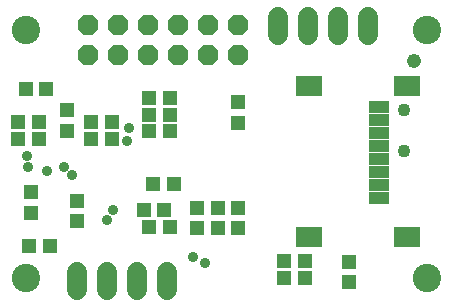
<source format=gbs>
G75*
%MOIN*%
%OFA0B0*%
%FSLAX24Y24*%
%IPPOS*%
%LPD*%
%AMOC8*
5,1,8,0,0,1.08239X$1,22.5*
%
%ADD10C,0.0946*%
%ADD11R,0.0505X0.0493*%
%ADD12R,0.0493X0.0505*%
%ADD13C,0.0434*%
%ADD14C,0.0680*%
%ADD15R,0.0867X0.0671*%
%ADD16R,0.0671X0.0395*%
%ADD17OC8,0.0680*%
%ADD18R,0.0513X0.0474*%
%ADD19C,0.0358*%
%ADD20C,0.0476*%
D10*
X006366Y007009D03*
X006366Y015277D03*
X019752Y015277D03*
X019752Y007009D03*
D11*
X017141Y006878D03*
X017141Y007567D03*
X013453Y012190D03*
X013453Y012879D03*
X007729Y012629D03*
X007729Y011940D03*
X006541Y009879D03*
X006541Y009190D03*
D12*
X006484Y008097D03*
X007173Y008097D03*
X010296Y009285D03*
X010484Y008722D03*
X011173Y008722D03*
X010985Y009285D03*
X011298Y010160D03*
X010609Y010160D03*
X009235Y011660D03*
X009235Y012222D03*
X008546Y012222D03*
X008546Y011660D03*
X006798Y011660D03*
X006798Y012222D03*
X006109Y012222D03*
X006109Y011660D03*
X006359Y013310D03*
X007048Y013310D03*
X010484Y013035D03*
X011173Y013035D03*
X011173Y012472D03*
X011173Y011910D03*
X010484Y011910D03*
X010484Y012472D03*
X014984Y007597D03*
X014984Y007035D03*
X015673Y007035D03*
X015673Y007597D03*
D13*
X018977Y011258D03*
X018977Y012636D03*
D14*
X008078Y007210D02*
X008078Y006610D01*
X009078Y006610D02*
X009078Y007210D01*
X010078Y007210D02*
X010078Y006610D01*
X011078Y006610D02*
X011078Y007210D01*
X014766Y015110D02*
X014766Y015710D01*
X015766Y015710D02*
X015766Y015110D01*
X016766Y015110D02*
X016766Y015710D01*
X017766Y015710D02*
X017766Y015110D01*
D15*
X019060Y013427D03*
X015792Y013427D03*
X015792Y008407D03*
X019060Y008407D03*
D16*
X018135Y009706D03*
X018135Y010139D03*
X018135Y010572D03*
X018135Y011006D03*
X018135Y011439D03*
X018135Y011872D03*
X018135Y012305D03*
X018135Y012738D03*
D17*
X013453Y014472D03*
X012453Y014472D03*
X011453Y014472D03*
X010453Y014472D03*
X009453Y014472D03*
X008453Y014472D03*
X008453Y015472D03*
X009453Y015472D03*
X010453Y015472D03*
X011453Y015472D03*
X012453Y015472D03*
X013453Y015472D03*
D18*
X008060Y009600D03*
X008060Y008931D03*
X012078Y008700D03*
X012078Y009369D03*
X012766Y009369D03*
X012766Y008700D03*
X013453Y008700D03*
X013453Y009369D03*
D19*
X011953Y007722D03*
X012328Y007535D03*
X009266Y009285D03*
X009078Y008972D03*
X007891Y010472D03*
X007641Y010722D03*
X007078Y010597D03*
X006453Y010722D03*
X006391Y011097D03*
X009747Y011578D03*
X009810Y012016D03*
D20*
X019310Y014266D03*
M02*

</source>
